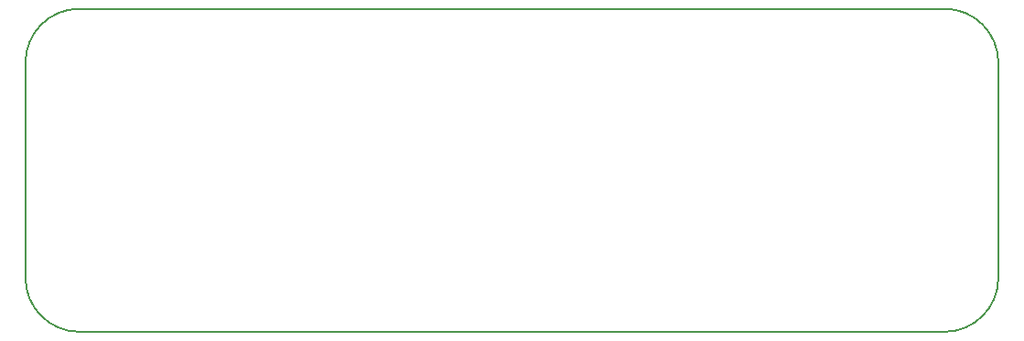
<source format=gbr>
%TF.GenerationSoftware,KiCad,Pcbnew,(5.1.6-0-10_14)*%
%TF.CreationDate,2021-01-19T16:44:27+00:00*%
%TF.ProjectId,daughterboard,64617567-6874-4657-9262-6f6172642e6b,rev?*%
%TF.SameCoordinates,Original*%
%TF.FileFunction,Profile,NP*%
%FSLAX46Y46*%
G04 Gerber Fmt 4.6, Leading zero omitted, Abs format (unit mm)*
G04 Created by KiCad (PCBNEW (5.1.6-0-10_14)) date 2021-01-19 16:44:27*
%MOMM*%
%LPD*%
G01*
G04 APERTURE LIST*
%TA.AperFunction,Profile*%
%ADD10C,0.200000*%
%TD*%
G04 APERTURE END LIST*
D10*
X35094000Y37999999D02*
G75*
G02*
X40093999Y33000000I0J-4999999D01*
G01*
X40094000Y12999999D02*
X40093999Y33000000D01*
X40094000Y12999999D02*
G75*
G02*
X35094000Y7999999I-5000000J0D01*
G01*
X-45000000Y7999999D02*
X35094000Y7999999D01*
X-45000000Y8000000D02*
G75*
G02*
X-50000000Y13000000I0J5000000D01*
G01*
X-49999999Y33000000D02*
X-50000000Y13000000D01*
X-50000000Y33000000D02*
G75*
G02*
X-45000000Y38000000I5000000J0D01*
G01*
X35094000Y37999999D02*
X-45000000Y38000000D01*
M02*

</source>
